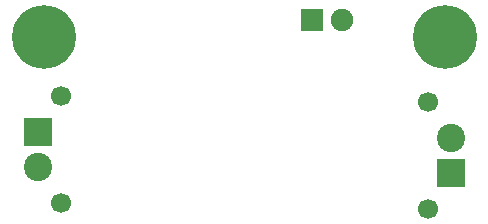
<source format=gbs>
G04 #@! TF.GenerationSoftware,KiCad,Pcbnew,(5.1.5)-1*
G04 #@! TF.CreationDate,2020-06-06T10:03:48+02:00*
G04 #@! TF.ProjectId,MP8765,4d503837-3635-42e6-9b69-6361645f7063,rev?*
G04 #@! TF.SameCoordinates,PXe9a6740PY8f0d180*
G04 #@! TF.FileFunction,Soldermask,Bot*
G04 #@! TF.FilePolarity,Negative*
%FSLAX45Y45*%
G04 Gerber Fmt 4.5, Leading zero omitted, Abs format (unit mm)*
G04 Created by KiCad (PCBNEW (5.1.5)-1) date 2020-06-06 10:03:48*
%MOMM*%
%LPD*%
G04 APERTURE LIST*
%ADD10C,5.400000*%
%ADD11C,1.700000*%
%ADD12C,2.400000*%
%ADD13R,2.400000X2.400000*%
%ADD14R,1.900000X1.900000*%
%ADD15C,1.900000*%
G04 APERTURE END LIST*
D10*
X-14200000Y9700000D03*
X-10800000Y9700000D03*
D11*
X-14054000Y8300000D03*
D12*
X-14250000Y8600000D03*
D13*
X-14250000Y8900000D03*
D11*
X-14054000Y9200000D03*
X-10946000Y8250000D03*
D13*
X-10750000Y8550000D03*
D12*
X-10750000Y8850000D03*
D11*
X-10946000Y9150000D03*
D14*
X-11927000Y9850000D03*
D15*
X-11673000Y9850000D03*
M02*

</source>
